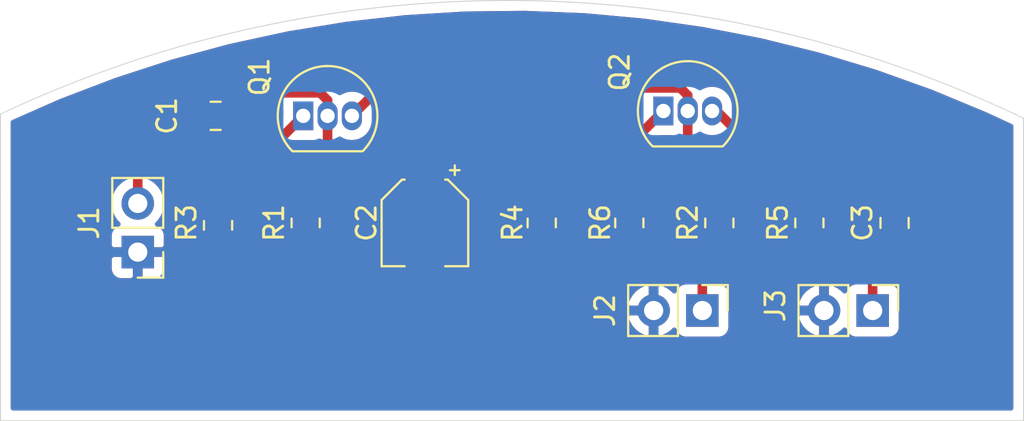
<source format=kicad_pcb>
(kicad_pcb (version 20171130) (host pcbnew "(5.1.7)-1")

  (general
    (thickness 1.6)
    (drawings 5)
    (tracks 32)
    (zones 0)
    (modules 14)
    (nets 11)
  )

  (page A4)
  (title_block
    (title Single_Transistor_AMP)
    (date 2020-10-28)
    (rev V1.0)
    (company "Ventspils Augstskola")
    (comment 1 Autors)
    (comment 2 "Vitālijs Zapāns")
    (comment 3 "PCB_CAD kurss")
  )

  (layers
    (0 F.Cu signal)
    (31 B.Cu power)
    (33 F.Adhes user)
    (35 F.Paste user)
    (37 F.SilkS user)
    (39 F.Mask user)
    (40 Dwgs.User user)
    (41 Cmts.User user)
    (42 Eco1.User user)
    (43 Eco2.User user)
    (44 Edge.Cuts user)
    (45 Margin user)
    (46 B.CrtYd user)
    (47 F.CrtYd user)
    (48 B.Fab user)
    (49 F.Fab user)
  )

  (setup
    (last_trace_width 0.25)
    (user_trace_width 0.5)
    (user_trace_width 0.75)
    (trace_clearance 0.2)
    (zone_clearance 0.508)
    (zone_45_only no)
    (trace_min 0.2)
    (via_size 0.8)
    (via_drill 0.4)
    (via_min_size 0.4)
    (via_min_drill 0.3)
    (user_via 1 0.6)
    (uvia_size 0.3)
    (uvia_drill 0.1)
    (uvias_allowed no)
    (uvia_min_size 0.2)
    (uvia_min_drill 0.1)
    (edge_width 0.05)
    (segment_width 0.2)
    (pcb_text_width 0.3)
    (pcb_text_size 1.5 1.5)
    (mod_edge_width 0.12)
    (mod_text_size 1 1)
    (mod_text_width 0.15)
    (pad_size 1.524 1.524)
    (pad_drill 0.762)
    (pad_to_mask_clearance 0)
    (aux_axis_origin 0 0)
    (visible_elements 7FFFFFFF)
    (pcbplotparams
      (layerselection 0x010a0_ffffffff)
      (usegerberextensions false)
      (usegerberattributes true)
      (usegerberadvancedattributes true)
      (creategerberjobfile true)
      (excludeedgelayer true)
      (linewidth 0.100000)
      (plotframeref false)
      (viasonmask false)
      (mode 1)
      (useauxorigin false)
      (hpglpennumber 1)
      (hpglpenspeed 20)
      (hpglpendiameter 15.000000)
      (psnegative false)
      (psa4output false)
      (plotreference true)
      (plotvalue true)
      (plotinvisibletext false)
      (padsonsilk false)
      (subtractmaskfromsilk false)
      (outputformat 1)
      (mirror false)
      (drillshape 0)
      (scaleselection 1)
      (outputdirectory ""))
  )

  (net 0 "")
  (net 1 "Net-(C1-Pad1)")
  (net 2 "Net-(C1-Pad2)")
  (net 3 "Net-(C2-Pad1)")
  (net 4 GND)
  (net 5 "Net-(C3-Pad2)")
  (net 6 "Net-(C3-Pad1)")
  (net 7 "Net-(J2-Pad1)")
  (net 8 "Net-(Q1-Pad3)")
  (net 9 "Net-(Q1-Pad1)")
  (net 10 "Net-(Q2-Pad1)")

  (net_class Default "This is the default net class."
    (clearance 0.2)
    (trace_width 0.25)
    (via_dia 0.8)
    (via_drill 0.4)
    (uvia_dia 0.3)
    (uvia_drill 0.1)
    (add_net "Net-(C1-Pad1)")
    (add_net "Net-(C1-Pad2)")
    (add_net "Net-(C2-Pad1)")
    (add_net "Net-(C3-Pad2)")
    (add_net "Net-(J2-Pad1)")
    (add_net "Net-(Q1-Pad1)")
    (add_net "Net-(Q1-Pad3)")
    (add_net "Net-(Q2-Pad1)")
  )

  (net_class Diff ""
    (clearance 0.2)
    (trace_width 0.25)
    (via_dia 0.8)
    (via_drill 0.4)
    (uvia_dia 0.3)
    (uvia_drill 0.1)
  )

  (net_class Power ""
    (clearance 0.5)
    (trace_width 0.3)
    (via_dia 1)
    (via_drill 0.6)
    (uvia_dia 0.3)
    (uvia_drill 0.1)
    (add_net GND)
    (add_net "Net-(C3-Pad1)")
  )

  (module Capacitor_SMD:C_0805_2012Metric (layer F.Cu) (tedit 5F68FEEE) (tstamp 5FAB9E55)
    (at 120.904 79.248 180)
    (descr "Capacitor SMD 0805 (2012 Metric), square (rectangular) end terminal, IPC_7351 nominal, (Body size source: IPC-SM-782 page 76, https://www.pcb-3d.com/wordpress/wp-content/uploads/ipc-sm-782a_amendment_1_and_2.pdf, https://docs.google.com/spreadsheets/d/1BsfQQcO9C6DZCsRaXUlFlo91Tg2WpOkGARC1WS5S8t0/edit?usp=sharing), generated with kicad-footprint-generator")
    (tags capacitor)
    (path /5F88B5A8)
    (attr smd)
    (fp_text reference C1 (at 2.54 0 90) (layer F.SilkS)
      (effects (font (size 1 1) (thickness 0.15)))
    )
    (fp_text value 1uF (at 0 -1.778) (layer F.Fab)
      (effects (font (size 1 1) (thickness 0.15)))
    )
    (fp_line (start 1.7 0.98) (end -1.7 0.98) (layer F.CrtYd) (width 0.05))
    (fp_line (start 1.7 -0.98) (end 1.7 0.98) (layer F.CrtYd) (width 0.05))
    (fp_line (start -1.7 -0.98) (end 1.7 -0.98) (layer F.CrtYd) (width 0.05))
    (fp_line (start -1.7 0.98) (end -1.7 -0.98) (layer F.CrtYd) (width 0.05))
    (fp_line (start -0.261252 0.735) (end 0.261252 0.735) (layer F.SilkS) (width 0.12))
    (fp_line (start -0.261252 -0.735) (end 0.261252 -0.735) (layer F.SilkS) (width 0.12))
    (fp_line (start 1 0.625) (end -1 0.625) (layer F.Fab) (width 0.1))
    (fp_line (start 1 -0.625) (end 1 0.625) (layer F.Fab) (width 0.1))
    (fp_line (start -1 -0.625) (end 1 -0.625) (layer F.Fab) (width 0.1))
    (fp_line (start -1 0.625) (end -1 -0.625) (layer F.Fab) (width 0.1))
    (fp_text user %R (at 0 0) (layer F.Fab)
      (effects (font (size 0.5 0.5) (thickness 0.08)))
    )
    (pad 1 smd roundrect (at -0.95 0 180) (size 1 1.45) (layers F.Cu F.Paste F.Mask) (roundrect_rratio 0.25)
      (net 1 "Net-(C1-Pad1)"))
    (pad 2 smd roundrect (at 0.95 0 180) (size 1 1.45) (layers F.Cu F.Paste F.Mask) (roundrect_rratio 0.25)
      (net 2 "Net-(C1-Pad2)"))
    (model ${KISYS3DMOD}/Capacitor_SMD.3dshapes/C_0805_2012Metric.wrl
      (at (xyz 0 0 0))
      (scale (xyz 1 1 1))
      (rotate (xyz 0 0 0))
    )
  )

  (module Capacitor_SMD:CP_Elec_4x3 (layer F.Cu) (tedit 5BCA39CF) (tstamp 5FAB9E7D)
    (at 131.826 84.836 270)
    (descr "SMD capacitor, aluminum electrolytic, Nichicon, 4.0x3mm")
    (tags "capacitor electrolytic")
    (path /5F88C84A)
    (attr smd)
    (fp_text reference C2 (at 0 3.048 90) (layer F.SilkS)
      (effects (font (size 1 1) (thickness 0.15)))
    )
    (fp_text value 10uF (at 0 -3.302 90) (layer F.Fab)
      (effects (font (size 1 1) (thickness 0.15)))
    )
    (fp_line (start -3.35 1.05) (end -2.4 1.05) (layer F.CrtYd) (width 0.05))
    (fp_line (start -3.35 -1.05) (end -3.35 1.05) (layer F.CrtYd) (width 0.05))
    (fp_line (start -2.4 -1.05) (end -3.35 -1.05) (layer F.CrtYd) (width 0.05))
    (fp_line (start -2.4 1.05) (end -2.4 1.25) (layer F.CrtYd) (width 0.05))
    (fp_line (start -2.4 -1.25) (end -2.4 -1.05) (layer F.CrtYd) (width 0.05))
    (fp_line (start -2.4 -1.25) (end -1.25 -2.4) (layer F.CrtYd) (width 0.05))
    (fp_line (start -2.4 1.25) (end -1.25 2.4) (layer F.CrtYd) (width 0.05))
    (fp_line (start -1.25 -2.4) (end 2.4 -2.4) (layer F.CrtYd) (width 0.05))
    (fp_line (start -1.25 2.4) (end 2.4 2.4) (layer F.CrtYd) (width 0.05))
    (fp_line (start 2.4 1.05) (end 2.4 2.4) (layer F.CrtYd) (width 0.05))
    (fp_line (start 3.35 1.05) (end 2.4 1.05) (layer F.CrtYd) (width 0.05))
    (fp_line (start 3.35 -1.05) (end 3.35 1.05) (layer F.CrtYd) (width 0.05))
    (fp_line (start 2.4 -1.05) (end 3.35 -1.05) (layer F.CrtYd) (width 0.05))
    (fp_line (start 2.4 -2.4) (end 2.4 -1.05) (layer F.CrtYd) (width 0.05))
    (fp_line (start -2.75 -1.81) (end -2.75 -1.31) (layer F.SilkS) (width 0.12))
    (fp_line (start -3 -1.56) (end -2.5 -1.56) (layer F.SilkS) (width 0.12))
    (fp_line (start -2.26 1.195563) (end -1.195563 2.26) (layer F.SilkS) (width 0.12))
    (fp_line (start -2.26 -1.195563) (end -1.195563 -2.26) (layer F.SilkS) (width 0.12))
    (fp_line (start -2.26 -1.195563) (end -2.26 -1.06) (layer F.SilkS) (width 0.12))
    (fp_line (start -2.26 1.195563) (end -2.26 1.06) (layer F.SilkS) (width 0.12))
    (fp_line (start -1.195563 2.26) (end 2.26 2.26) (layer F.SilkS) (width 0.12))
    (fp_line (start -1.195563 -2.26) (end 2.26 -2.26) (layer F.SilkS) (width 0.12))
    (fp_line (start 2.26 -2.26) (end 2.26 -1.06) (layer F.SilkS) (width 0.12))
    (fp_line (start 2.26 2.26) (end 2.26 1.06) (layer F.SilkS) (width 0.12))
    (fp_line (start -1.374773 -1.2) (end -1.374773 -0.8) (layer F.Fab) (width 0.1))
    (fp_line (start -1.574773 -1) (end -1.174773 -1) (layer F.Fab) (width 0.1))
    (fp_line (start -2.15 1.15) (end -1.15 2.15) (layer F.Fab) (width 0.1))
    (fp_line (start -2.15 -1.15) (end -1.15 -2.15) (layer F.Fab) (width 0.1))
    (fp_line (start -2.15 -1.15) (end -2.15 1.15) (layer F.Fab) (width 0.1))
    (fp_line (start -1.15 2.15) (end 2.15 2.15) (layer F.Fab) (width 0.1))
    (fp_line (start -1.15 -2.15) (end 2.15 -2.15) (layer F.Fab) (width 0.1))
    (fp_line (start 2.15 -2.15) (end 2.15 2.15) (layer F.Fab) (width 0.1))
    (fp_circle (center 0 0) (end 2 0) (layer F.Fab) (width 0.1))
    (fp_text user %R (at 0 0 90) (layer F.Fab)
      (effects (font (size 0.8 0.8) (thickness 0.12)))
    )
    (pad 1 smd roundrect (at -1.8 0 270) (size 2.6 1.6) (layers F.Cu F.Paste F.Mask) (roundrect_rratio 0.15625)
      (net 3 "Net-(C2-Pad1)"))
    (pad 2 smd roundrect (at 1.8 0 270) (size 2.6 1.6) (layers F.Cu F.Paste F.Mask) (roundrect_rratio 0.15625)
      (net 4 GND))
    (model ${KISYS3DMOD}/Capacitor_SMD.3dshapes/CP_Elec_4x3.wrl
      (at (xyz 0 0 0))
      (scale (xyz 1 1 1))
      (rotate (xyz 0 0 0))
    )
  )

  (module Capacitor_SMD:C_0805_2012Metric (layer F.Cu) (tedit 5F68FEEE) (tstamp 5FAB9E8E)
    (at 156.337 84.836 90)
    (descr "Capacitor SMD 0805 (2012 Metric), square (rectangular) end terminal, IPC_7351 nominal, (Body size source: IPC-SM-782 page 76, https://www.pcb-3d.com/wordpress/wp-content/uploads/ipc-sm-782a_amendment_1_and_2.pdf, https://docs.google.com/spreadsheets/d/1BsfQQcO9C6DZCsRaXUlFlo91Tg2WpOkGARC1WS5S8t0/edit?usp=sharing), generated with kicad-footprint-generator")
    (tags capacitor)
    (path /5F8904BD)
    (attr smd)
    (fp_text reference C3 (at 0 -1.68 90) (layer F.SilkS)
      (effects (font (size 1 1) (thickness 0.15)))
    )
    (fp_text value 1uF (at 0 1.68 90) (layer F.Fab)
      (effects (font (size 1 1) (thickness 0.15)))
    )
    (fp_line (start -1 0.625) (end -1 -0.625) (layer F.Fab) (width 0.1))
    (fp_line (start -1 -0.625) (end 1 -0.625) (layer F.Fab) (width 0.1))
    (fp_line (start 1 -0.625) (end 1 0.625) (layer F.Fab) (width 0.1))
    (fp_line (start 1 0.625) (end -1 0.625) (layer F.Fab) (width 0.1))
    (fp_line (start -0.261252 -0.735) (end 0.261252 -0.735) (layer F.SilkS) (width 0.12))
    (fp_line (start -0.261252 0.735) (end 0.261252 0.735) (layer F.SilkS) (width 0.12))
    (fp_line (start -1.7 0.98) (end -1.7 -0.98) (layer F.CrtYd) (width 0.05))
    (fp_line (start -1.7 -0.98) (end 1.7 -0.98) (layer F.CrtYd) (width 0.05))
    (fp_line (start 1.7 -0.98) (end 1.7 0.98) (layer F.CrtYd) (width 0.05))
    (fp_line (start 1.7 0.98) (end -1.7 0.98) (layer F.CrtYd) (width 0.05))
    (fp_text user %R (at 0 0 90) (layer F.Fab)
      (effects (font (size 0.5 0.5) (thickness 0.08)))
    )
    (pad 2 smd roundrect (at 0.95 0 90) (size 1 1.45) (layers F.Cu F.Paste F.Mask) (roundrect_rratio 0.25)
      (net 5 "Net-(C3-Pad2)"))
    (pad 1 smd roundrect (at -0.95 0 90) (size 1 1.45) (layers F.Cu F.Paste F.Mask) (roundrect_rratio 0.25)
      (net 6 "Net-(C3-Pad1)"))
    (model ${KISYS3DMOD}/Capacitor_SMD.3dshapes/C_0805_2012Metric.wrl
      (at (xyz 0 0 0))
      (scale (xyz 1 1 1))
      (rotate (xyz 0 0 0))
    )
  )

  (module Package_TO_SOT_THT:TO-92_Inline (layer F.Cu) (tedit 5A1DD157) (tstamp 5FAB9EF1)
    (at 125.476 79.248)
    (descr "TO-92 leads in-line, narrow, oval pads, drill 0.75mm (see NXP sot054_po.pdf)")
    (tags "to-92 sc-43 sc-43a sot54 PA33 transistor")
    (path /5F88A3B4)
    (fp_text reference Q1 (at -2.286 -2.032 90) (layer F.SilkS)
      (effects (font (size 1 1) (thickness 0.15)))
    )
    (fp_text value 2N3904 (at 5.08 -0.762 90) (layer F.Fab)
      (effects (font (size 1 1) (thickness 0.15)))
    )
    (fp_line (start 4 2.01) (end -1.46 2.01) (layer F.CrtYd) (width 0.05))
    (fp_line (start 4 2.01) (end 4 -2.73) (layer F.CrtYd) (width 0.05))
    (fp_line (start -1.46 -2.73) (end -1.46 2.01) (layer F.CrtYd) (width 0.05))
    (fp_line (start -1.46 -2.73) (end 4 -2.73) (layer F.CrtYd) (width 0.05))
    (fp_line (start -0.5 1.75) (end 3 1.75) (layer F.Fab) (width 0.1))
    (fp_line (start -0.53 1.85) (end 3.07 1.85) (layer F.SilkS) (width 0.12))
    (fp_text user %R (at 1.27 0) (layer F.Fab)
      (effects (font (size 1 1) (thickness 0.15)))
    )
    (fp_arc (start 1.27 0) (end 1.27 -2.48) (angle 135) (layer F.Fab) (width 0.1))
    (fp_arc (start 1.27 0) (end 1.27 -2.6) (angle -135) (layer F.SilkS) (width 0.12))
    (fp_arc (start 1.27 0) (end 1.27 -2.48) (angle -135) (layer F.Fab) (width 0.1))
    (fp_arc (start 1.27 0) (end 1.27 -2.6) (angle 135) (layer F.SilkS) (width 0.12))
    (pad 2 thru_hole oval (at 1.27 0) (size 1.05 1.5) (drill 0.75) (layers *.Cu *.Mask)
      (net 1 "Net-(C1-Pad1)"))
    (pad 3 thru_hole oval (at 2.54 0) (size 1.05 1.5) (drill 0.75) (layers *.Cu *.Mask)
      (net 8 "Net-(Q1-Pad3)"))
    (pad 1 thru_hole rect (at 0 0) (size 1.05 1.5) (drill 0.75) (layers *.Cu *.Mask)
      (net 9 "Net-(Q1-Pad1)"))
    (model ${KISYS3DMOD}/Package_TO_SOT_THT.3dshapes/TO-92_Inline.wrl
      (at (xyz 0 0 0))
      (scale (xyz 1 1 1))
      (rotate (xyz 0 0 0))
    )
  )

  (module Package_TO_SOT_THT:TO-92_Inline (layer F.Cu) (tedit 5A1DD157) (tstamp 5FB4E35F)
    (at 144.272 78.994)
    (descr "TO-92 leads in-line, narrow, oval pads, drill 0.75mm (see NXP sot054_po.pdf)")
    (tags "to-92 sc-43 sc-43a sot54 PA33 transistor")
    (path /5F89EF77)
    (fp_text reference Q2 (at -2.286 -2.032 90) (layer F.SilkS)
      (effects (font (size 1 1) (thickness 0.15)))
    )
    (fp_text value 2N3904 (at 4.826 -0.254 90) (layer F.Fab)
      (effects (font (size 1 1) (thickness 0.15)))
    )
    (fp_line (start -0.53 1.85) (end 3.07 1.85) (layer F.SilkS) (width 0.12))
    (fp_line (start -0.5 1.75) (end 3 1.75) (layer F.Fab) (width 0.1))
    (fp_line (start -1.46 -2.73) (end 4 -2.73) (layer F.CrtYd) (width 0.05))
    (fp_line (start -1.46 -2.73) (end -1.46 2.01) (layer F.CrtYd) (width 0.05))
    (fp_line (start 4 2.01) (end 4 -2.73) (layer F.CrtYd) (width 0.05))
    (fp_line (start 4 2.01) (end -1.46 2.01) (layer F.CrtYd) (width 0.05))
    (fp_arc (start 1.27 0) (end 1.27 -2.6) (angle 135) (layer F.SilkS) (width 0.12))
    (fp_arc (start 1.27 0) (end 1.27 -2.48) (angle -135) (layer F.Fab) (width 0.1))
    (fp_arc (start 1.27 0) (end 1.27 -2.6) (angle -135) (layer F.SilkS) (width 0.12))
    (fp_arc (start 1.27 0) (end 1.27 -2.48) (angle 135) (layer F.Fab) (width 0.1))
    (fp_text user %R (at 1.27 0) (layer F.Fab)
      (effects (font (size 1 1) (thickness 0.15)))
    )
    (pad 1 thru_hole rect (at 0 0) (size 1.05 1.5) (drill 0.75) (layers *.Cu *.Mask)
      (net 10 "Net-(Q2-Pad1)"))
    (pad 3 thru_hole oval (at 2.54 0) (size 1.05 1.5) (drill 0.75) (layers *.Cu *.Mask)
      (net 5 "Net-(C3-Pad2)"))
    (pad 2 thru_hole oval (at 1.27 0) (size 1.05 1.5) (drill 0.75) (layers *.Cu *.Mask)
      (net 8 "Net-(Q1-Pad3)"))
    (model ${KISYS3DMOD}/Package_TO_SOT_THT.3dshapes/TO-92_Inline.wrl
      (at (xyz 0 0 0))
      (scale (xyz 1 1 1))
      (rotate (xyz 0 0 0))
    )
  )

  (module Resistor_SMD:R_0805_2012Metric_Pad1.20x1.40mm_HandSolder (layer F.Cu) (tedit 5F68FEEE) (tstamp 5FAB9F14)
    (at 125.603 84.836 270)
    (descr "Resistor SMD 0805 (2012 Metric), square (rectangular) end terminal, IPC_7351 nominal with elongated pad for handsoldering. (Body size source: IPC-SM-782 page 72, https://www.pcb-3d.com/wordpress/wp-content/uploads/ipc-sm-782a_amendment_1_and_2.pdf), generated with kicad-footprint-generator")
    (tags "resistor handsolder")
    (path /5F88BE63)
    (attr smd)
    (fp_text reference R1 (at 0 1.651 90) (layer F.SilkS)
      (effects (font (size 1 1) (thickness 0.15)))
    )
    (fp_text value 10k (at 0 -1.905 90) (layer F.Fab)
      (effects (font (size 1 1) (thickness 0.15)))
    )
    (fp_line (start 1.85 0.95) (end -1.85 0.95) (layer F.CrtYd) (width 0.05))
    (fp_line (start 1.85 -0.95) (end 1.85 0.95) (layer F.CrtYd) (width 0.05))
    (fp_line (start -1.85 -0.95) (end 1.85 -0.95) (layer F.CrtYd) (width 0.05))
    (fp_line (start -1.85 0.95) (end -1.85 -0.95) (layer F.CrtYd) (width 0.05))
    (fp_line (start -0.227064 0.735) (end 0.227064 0.735) (layer F.SilkS) (width 0.12))
    (fp_line (start -0.227064 -0.735) (end 0.227064 -0.735) (layer F.SilkS) (width 0.12))
    (fp_line (start 1 0.625) (end -1 0.625) (layer F.Fab) (width 0.1))
    (fp_line (start 1 -0.625) (end 1 0.625) (layer F.Fab) (width 0.1))
    (fp_line (start -1 -0.625) (end 1 -0.625) (layer F.Fab) (width 0.1))
    (fp_line (start -1 0.625) (end -1 -0.625) (layer F.Fab) (width 0.1))
    (fp_text user %R (at 0 0 90) (layer F.Fab)
      (effects (font (size 0.5 0.5) (thickness 0.08)))
    )
    (pad 1 smd roundrect (at -1 0 270) (size 1.2 1.4) (layers F.Cu F.Paste F.Mask) (roundrect_rratio 0.2083325)
      (net 1 "Net-(C1-Pad1)"))
    (pad 2 smd roundrect (at 1 0 270) (size 1.2 1.4) (layers F.Cu F.Paste F.Mask) (roundrect_rratio 0.2083325)
      (net 3 "Net-(C2-Pad1)"))
    (model ${KISYS3DMOD}/Resistor_SMD.3dshapes/R_0805_2012Metric.wrl
      (at (xyz 0 0 0))
      (scale (xyz 1 1 1))
      (rotate (xyz 0 0 0))
    )
  )

  (module Resistor_SMD:R_0805_2012Metric_Pad1.20x1.40mm_HandSolder (layer F.Cu) (tedit 5F68FEEE) (tstamp 5FAB9F25)
    (at 147.193 84.836 90)
    (descr "Resistor SMD 0805 (2012 Metric), square (rectangular) end terminal, IPC_7351 nominal with elongated pad for handsoldering. (Body size source: IPC-SM-782 page 72, https://www.pcb-3d.com/wordpress/wp-content/uploads/ipc-sm-782a_amendment_1_and_2.pdf), generated with kicad-footprint-generator")
    (tags "resistor handsolder")
    (path /5F88D70C)
    (attr smd)
    (fp_text reference R2 (at 0 -1.651 90) (layer F.SilkS)
      (effects (font (size 1 1) (thickness 0.15)))
    )
    (fp_text value 220k (at 0 1.651 90) (layer F.Fab)
      (effects (font (size 1 1) (thickness 0.15)))
    )
    (fp_line (start -1 0.625) (end -1 -0.625) (layer F.Fab) (width 0.1))
    (fp_line (start -1 -0.625) (end 1 -0.625) (layer F.Fab) (width 0.1))
    (fp_line (start 1 -0.625) (end 1 0.625) (layer F.Fab) (width 0.1))
    (fp_line (start 1 0.625) (end -1 0.625) (layer F.Fab) (width 0.1))
    (fp_line (start -0.227064 -0.735) (end 0.227064 -0.735) (layer F.SilkS) (width 0.12))
    (fp_line (start -0.227064 0.735) (end 0.227064 0.735) (layer F.SilkS) (width 0.12))
    (fp_line (start -1.85 0.95) (end -1.85 -0.95) (layer F.CrtYd) (width 0.05))
    (fp_line (start -1.85 -0.95) (end 1.85 -0.95) (layer F.CrtYd) (width 0.05))
    (fp_line (start 1.85 -0.95) (end 1.85 0.95) (layer F.CrtYd) (width 0.05))
    (fp_line (start 1.85 0.95) (end -1.85 0.95) (layer F.CrtYd) (width 0.05))
    (fp_text user %R (at 0 0 90) (layer F.Fab)
      (effects (font (size 0.5 0.5) (thickness 0.08)))
    )
    (pad 2 smd roundrect (at 1 0 90) (size 1.2 1.4) (layers F.Cu F.Paste F.Mask) (roundrect_rratio 0.2083325)
      (net 8 "Net-(Q1-Pad3)"))
    (pad 1 smd roundrect (at -1 0 90) (size 1.2 1.4) (layers F.Cu F.Paste F.Mask) (roundrect_rratio 0.2083325)
      (net 7 "Net-(J2-Pad1)"))
    (model ${KISYS3DMOD}/Resistor_SMD.3dshapes/R_0805_2012Metric.wrl
      (at (xyz 0 0 0))
      (scale (xyz 1 1 1))
      (rotate (xyz 0 0 0))
    )
  )

  (module Resistor_SMD:R_0805_2012Metric_Pad1.20x1.40mm_HandSolder (layer F.Cu) (tedit 5F68FEEE) (tstamp 5FAB9F36)
    (at 121.031 84.963 270)
    (descr "Resistor SMD 0805 (2012 Metric), square (rectangular) end terminal, IPC_7351 nominal with elongated pad for handsoldering. (Body size source: IPC-SM-782 page 72, https://www.pcb-3d.com/wordpress/wp-content/uploads/ipc-sm-782a_amendment_1_and_2.pdf), generated with kicad-footprint-generator")
    (tags "resistor handsolder")
    (path /5F88E301)
    (attr smd)
    (fp_text reference R3 (at -0.127 1.651 90) (layer F.SilkS)
      (effects (font (size 1 1) (thickness 0.15)))
    )
    (fp_text value 1k (at 0 -1.651 90) (layer F.Fab)
      (effects (font (size 1 1) (thickness 0.15)))
    )
    (fp_line (start -1 0.625) (end -1 -0.625) (layer F.Fab) (width 0.1))
    (fp_line (start -1 -0.625) (end 1 -0.625) (layer F.Fab) (width 0.1))
    (fp_line (start 1 -0.625) (end 1 0.625) (layer F.Fab) (width 0.1))
    (fp_line (start 1 0.625) (end -1 0.625) (layer F.Fab) (width 0.1))
    (fp_line (start -0.227064 -0.735) (end 0.227064 -0.735) (layer F.SilkS) (width 0.12))
    (fp_line (start -0.227064 0.735) (end 0.227064 0.735) (layer F.SilkS) (width 0.12))
    (fp_line (start -1.85 0.95) (end -1.85 -0.95) (layer F.CrtYd) (width 0.05))
    (fp_line (start -1.85 -0.95) (end 1.85 -0.95) (layer F.CrtYd) (width 0.05))
    (fp_line (start 1.85 -0.95) (end 1.85 0.95) (layer F.CrtYd) (width 0.05))
    (fp_line (start 1.85 0.95) (end -1.85 0.95) (layer F.CrtYd) (width 0.05))
    (fp_text user %R (at 0 0 90) (layer F.Fab)
      (effects (font (size 0.5 0.5) (thickness 0.08)))
    )
    (pad 2 smd roundrect (at 1 0 270) (size 1.2 1.4) (layers F.Cu F.Paste F.Mask) (roundrect_rratio 0.2083325)
      (net 4 GND))
    (pad 1 smd roundrect (at -1 0 270) (size 1.2 1.4) (layers F.Cu F.Paste F.Mask) (roundrect_rratio 0.2083325)
      (net 9 "Net-(Q1-Pad1)"))
    (model ${KISYS3DMOD}/Resistor_SMD.3dshapes/R_0805_2012Metric.wrl
      (at (xyz 0 0 0))
      (scale (xyz 1 1 1))
      (rotate (xyz 0 0 0))
    )
  )

  (module Resistor_SMD:R_0805_2012Metric_Pad1.20x1.40mm_HandSolder (layer F.Cu) (tedit 5F68FEEE) (tstamp 5FAB9F47)
    (at 137.922 84.836 270)
    (descr "Resistor SMD 0805 (2012 Metric), square (rectangular) end terminal, IPC_7351 nominal with elongated pad for handsoldering. (Body size source: IPC-SM-782 page 72, https://www.pcb-3d.com/wordpress/wp-content/uploads/ipc-sm-782a_amendment_1_and_2.pdf), generated with kicad-footprint-generator")
    (tags "resistor handsolder")
    (path /5F88DD76)
    (attr smd)
    (fp_text reference R4 (at 0 1.524 90) (layer F.SilkS)
      (effects (font (size 1 1) (thickness 0.15)))
    )
    (fp_text value 100k (at 0 -1.778 90) (layer F.Fab)
      (effects (font (size 1 1) (thickness 0.15)))
    )
    (fp_line (start 1.85 0.95) (end -1.85 0.95) (layer F.CrtYd) (width 0.05))
    (fp_line (start 1.85 -0.95) (end 1.85 0.95) (layer F.CrtYd) (width 0.05))
    (fp_line (start -1.85 -0.95) (end 1.85 -0.95) (layer F.CrtYd) (width 0.05))
    (fp_line (start -1.85 0.95) (end -1.85 -0.95) (layer F.CrtYd) (width 0.05))
    (fp_line (start -0.227064 0.735) (end 0.227064 0.735) (layer F.SilkS) (width 0.12))
    (fp_line (start -0.227064 -0.735) (end 0.227064 -0.735) (layer F.SilkS) (width 0.12))
    (fp_line (start 1 0.625) (end -1 0.625) (layer F.Fab) (width 0.1))
    (fp_line (start 1 -0.625) (end 1 0.625) (layer F.Fab) (width 0.1))
    (fp_line (start -1 -0.625) (end 1 -0.625) (layer F.Fab) (width 0.1))
    (fp_line (start -1 0.625) (end -1 -0.625) (layer F.Fab) (width 0.1))
    (fp_text user %R (at 0 0 90) (layer F.Fab)
      (effects (font (size 0.5 0.5) (thickness 0.08)))
    )
    (pad 1 smd roundrect (at -1 0 270) (size 1.2 1.4) (layers F.Cu F.Paste F.Mask) (roundrect_rratio 0.2083325)
      (net 10 "Net-(Q2-Pad1)"))
    (pad 2 smd roundrect (at 1 0 270) (size 1.2 1.4) (layers F.Cu F.Paste F.Mask) (roundrect_rratio 0.2083325)
      (net 3 "Net-(C2-Pad1)"))
    (model ${KISYS3DMOD}/Resistor_SMD.3dshapes/R_0805_2012Metric.wrl
      (at (xyz 0 0 0))
      (scale (xyz 1 1 1))
      (rotate (xyz 0 0 0))
    )
  )

  (module Resistor_SMD:R_0805_2012Metric_Pad1.20x1.40mm_HandSolder (layer F.Cu) (tedit 5F68FEEE) (tstamp 5FAB9F58)
    (at 151.892 84.836 90)
    (descr "Resistor SMD 0805 (2012 Metric), square (rectangular) end terminal, IPC_7351 nominal with elongated pad for handsoldering. (Body size source: IPC-SM-782 page 72, https://www.pcb-3d.com/wordpress/wp-content/uploads/ipc-sm-782a_amendment_1_and_2.pdf), generated with kicad-footprint-generator")
    (tags "resistor handsolder")
    (path /5F88FEAB)
    (attr smd)
    (fp_text reference R5 (at 0 -1.65 90) (layer F.SilkS)
      (effects (font (size 1 1) (thickness 0.15)))
    )
    (fp_text value 6.8k (at 0 1.65 90) (layer F.Fab)
      (effects (font (size 1 1) (thickness 0.15)))
    )
    (fp_line (start -1 0.625) (end -1 -0.625) (layer F.Fab) (width 0.1))
    (fp_line (start -1 -0.625) (end 1 -0.625) (layer F.Fab) (width 0.1))
    (fp_line (start 1 -0.625) (end 1 0.625) (layer F.Fab) (width 0.1))
    (fp_line (start 1 0.625) (end -1 0.625) (layer F.Fab) (width 0.1))
    (fp_line (start -0.227064 -0.735) (end 0.227064 -0.735) (layer F.SilkS) (width 0.12))
    (fp_line (start -0.227064 0.735) (end 0.227064 0.735) (layer F.SilkS) (width 0.12))
    (fp_line (start -1.85 0.95) (end -1.85 -0.95) (layer F.CrtYd) (width 0.05))
    (fp_line (start -1.85 -0.95) (end 1.85 -0.95) (layer F.CrtYd) (width 0.05))
    (fp_line (start 1.85 -0.95) (end 1.85 0.95) (layer F.CrtYd) (width 0.05))
    (fp_line (start 1.85 0.95) (end -1.85 0.95) (layer F.CrtYd) (width 0.05))
    (fp_text user %R (at 0 0 90) (layer F.Fab)
      (effects (font (size 0.5 0.5) (thickness 0.08)))
    )
    (pad 2 smd roundrect (at 1 0 90) (size 1.2 1.4) (layers F.Cu F.Paste F.Mask) (roundrect_rratio 0.2083325)
      (net 5 "Net-(C3-Pad2)"))
    (pad 1 smd roundrect (at -1 0 90) (size 1.2 1.4) (layers F.Cu F.Paste F.Mask) (roundrect_rratio 0.2083325)
      (net 7 "Net-(J2-Pad1)"))
    (model ${KISYS3DMOD}/Resistor_SMD.3dshapes/R_0805_2012Metric.wrl
      (at (xyz 0 0 0))
      (scale (xyz 1 1 1))
      (rotate (xyz 0 0 0))
    )
  )

  (module Resistor_SMD:R_0805_2012Metric_Pad1.20x1.40mm_HandSolder (layer F.Cu) (tedit 5F68FEEE) (tstamp 5FAB9F69)
    (at 142.494 84.836 270)
    (descr "Resistor SMD 0805 (2012 Metric), square (rectangular) end terminal, IPC_7351 nominal with elongated pad for handsoldering. (Body size source: IPC-SM-782 page 72, https://www.pcb-3d.com/wordpress/wp-content/uploads/ipc-sm-782a_amendment_1_and_2.pdf), generated with kicad-footprint-generator")
    (tags "resistor handsolder")
    (path /5F88E6F4)
    (attr smd)
    (fp_text reference R6 (at 0 1.524 90) (layer F.SilkS)
      (effects (font (size 1 1) (thickness 0.15)))
    )
    (fp_text value 1k (at 0 -1.778 90) (layer F.Fab)
      (effects (font (size 1 1) (thickness 0.15)))
    )
    (fp_line (start 1.85 0.95) (end -1.85 0.95) (layer F.CrtYd) (width 0.05))
    (fp_line (start 1.85 -0.95) (end 1.85 0.95) (layer F.CrtYd) (width 0.05))
    (fp_line (start -1.85 -0.95) (end 1.85 -0.95) (layer F.CrtYd) (width 0.05))
    (fp_line (start -1.85 0.95) (end -1.85 -0.95) (layer F.CrtYd) (width 0.05))
    (fp_line (start -0.227064 0.735) (end 0.227064 0.735) (layer F.SilkS) (width 0.12))
    (fp_line (start -0.227064 -0.735) (end 0.227064 -0.735) (layer F.SilkS) (width 0.12))
    (fp_line (start 1 0.625) (end -1 0.625) (layer F.Fab) (width 0.1))
    (fp_line (start 1 -0.625) (end 1 0.625) (layer F.Fab) (width 0.1))
    (fp_line (start -1 -0.625) (end 1 -0.625) (layer F.Fab) (width 0.1))
    (fp_line (start -1 0.625) (end -1 -0.625) (layer F.Fab) (width 0.1))
    (fp_text user %R (at 0 0 90) (layer F.Fab)
      (effects (font (size 0.5 0.5) (thickness 0.08)))
    )
    (pad 1 smd roundrect (at -1 0 270) (size 1.2 1.4) (layers F.Cu F.Paste F.Mask) (roundrect_rratio 0.2083325)
      (net 10 "Net-(Q2-Pad1)"))
    (pad 2 smd roundrect (at 1 0 270) (size 1.2 1.4) (layers F.Cu F.Paste F.Mask) (roundrect_rratio 0.2083325)
      (net 4 GND))
    (model ${KISYS3DMOD}/Resistor_SMD.3dshapes/R_0805_2012Metric.wrl
      (at (xyz 0 0 0))
      (scale (xyz 1 1 1))
      (rotate (xyz 0 0 0))
    )
  )

  (module Connector_PinHeader_2.54mm:PinHeader_1x02_P2.54mm_Vertical (layer F.Cu) (tedit 59FED5CC) (tstamp 5FB4D931)
    (at 116.84 86.36 180)
    (descr "Through hole straight pin header, 1x02, 2.54mm pitch, single row")
    (tags "Through hole pin header THT 1x02 2.54mm single row")
    (path /5F898D93)
    (fp_text reference J1 (at 2.54 1.524 90) (layer F.SilkS)
      (effects (font (size 1 1) (thickness 0.15)))
    )
    (fp_text value Signal_Input (at 0 -2.54) (layer F.Fab)
      (effects (font (size 1 1) (thickness 0.15)))
    )
    (fp_line (start 1.8 -1.8) (end -1.8 -1.8) (layer F.CrtYd) (width 0.05))
    (fp_line (start 1.8 4.35) (end 1.8 -1.8) (layer F.CrtYd) (width 0.05))
    (fp_line (start -1.8 4.35) (end 1.8 4.35) (layer F.CrtYd) (width 0.05))
    (fp_line (start -1.8 -1.8) (end -1.8 4.35) (layer F.CrtYd) (width 0.05))
    (fp_line (start -1.33 -1.33) (end 0 -1.33) (layer F.SilkS) (width 0.12))
    (fp_line (start -1.33 0) (end -1.33 -1.33) (layer F.SilkS) (width 0.12))
    (fp_line (start -1.33 1.27) (end 1.33 1.27) (layer F.SilkS) (width 0.12))
    (fp_line (start 1.33 1.27) (end 1.33 3.87) (layer F.SilkS) (width 0.12))
    (fp_line (start -1.33 1.27) (end -1.33 3.87) (layer F.SilkS) (width 0.12))
    (fp_line (start -1.33 3.87) (end 1.33 3.87) (layer F.SilkS) (width 0.12))
    (fp_line (start -1.27 -0.635) (end -0.635 -1.27) (layer F.Fab) (width 0.1))
    (fp_line (start -1.27 3.81) (end -1.27 -0.635) (layer F.Fab) (width 0.1))
    (fp_line (start 1.27 3.81) (end -1.27 3.81) (layer F.Fab) (width 0.1))
    (fp_line (start 1.27 -1.27) (end 1.27 3.81) (layer F.Fab) (width 0.1))
    (fp_line (start -0.635 -1.27) (end 1.27 -1.27) (layer F.Fab) (width 0.1))
    (fp_text user %R (at 0 1.27 90) (layer F.Fab)
      (effects (font (size 1 1) (thickness 0.15)))
    )
    (pad 2 thru_hole oval (at 0 2.54 180) (size 1.7 1.7) (drill 1) (layers *.Cu *.Mask)
      (net 2 "Net-(C1-Pad2)"))
    (pad 1 thru_hole rect (at 0 0 180) (size 1.7 1.7) (drill 1) (layers *.Cu *.Mask)
      (net 4 GND))
    (model ${KISYS3DMOD}/Connector_PinHeader_2.54mm.3dshapes/PinHeader_1x02_P2.54mm_Vertical.wrl
      (at (xyz 0 0 0))
      (scale (xyz 1 1 1))
      (rotate (xyz 0 0 0))
    )
  )

  (module Connector_PinHeader_2.54mm:PinHeader_1x02_P2.54mm_Vertical (layer F.Cu) (tedit 59FED5CC) (tstamp 5FB4D95A)
    (at 155.194 89.408 270)
    (descr "Through hole straight pin header, 1x02, 2.54mm pitch, single row")
    (tags "Through hole pin header THT 1x02 2.54mm single row")
    (path /5F8986A4)
    (fp_text reference J3 (at -0.254 5.08 90) (layer F.SilkS)
      (effects (font (size 1 1) (thickness 0.15)))
    )
    (fp_text value Signal_Output (at 2.921 0.889 180) (layer F.Fab)
      (effects (font (size 1 1) (thickness 0.15)))
    )
    (fp_line (start -0.635 -1.27) (end 1.27 -1.27) (layer F.Fab) (width 0.1))
    (fp_line (start 1.27 -1.27) (end 1.27 3.81) (layer F.Fab) (width 0.1))
    (fp_line (start 1.27 3.81) (end -1.27 3.81) (layer F.Fab) (width 0.1))
    (fp_line (start -1.27 3.81) (end -1.27 -0.635) (layer F.Fab) (width 0.1))
    (fp_line (start -1.27 -0.635) (end -0.635 -1.27) (layer F.Fab) (width 0.1))
    (fp_line (start -1.33 3.87) (end 1.33 3.87) (layer F.SilkS) (width 0.12))
    (fp_line (start -1.33 1.27) (end -1.33 3.87) (layer F.SilkS) (width 0.12))
    (fp_line (start 1.33 1.27) (end 1.33 3.87) (layer F.SilkS) (width 0.12))
    (fp_line (start -1.33 1.27) (end 1.33 1.27) (layer F.SilkS) (width 0.12))
    (fp_line (start -1.33 0) (end -1.33 -1.33) (layer F.SilkS) (width 0.12))
    (fp_line (start -1.33 -1.33) (end 0 -1.33) (layer F.SilkS) (width 0.12))
    (fp_line (start -1.8 -1.8) (end -1.8 4.35) (layer F.CrtYd) (width 0.05))
    (fp_line (start -1.8 4.35) (end 1.8 4.35) (layer F.CrtYd) (width 0.05))
    (fp_line (start 1.8 4.35) (end 1.8 -1.8) (layer F.CrtYd) (width 0.05))
    (fp_line (start 1.8 -1.8) (end -1.8 -1.8) (layer F.CrtYd) (width 0.05))
    (fp_text user %R (at 0 1.27) (layer F.Fab)
      (effects (font (size 1 1) (thickness 0.15)))
    )
    (pad 1 thru_hole rect (at 0 0 270) (size 1.7 1.7) (drill 1) (layers *.Cu *.Mask)
      (net 6 "Net-(C3-Pad1)"))
    (pad 2 thru_hole oval (at 0 2.54 270) (size 1.7 1.7) (drill 1) (layers *.Cu *.Mask)
      (net 4 GND))
    (model ${KISYS3DMOD}/Connector_PinHeader_2.54mm.3dshapes/PinHeader_1x02_P2.54mm_Vertical.wrl
      (at (xyz 0 0 0))
      (scale (xyz 1 1 1))
      (rotate (xyz 0 0 0))
    )
  )

  (module Connector_PinHeader_2.54mm:PinHeader_1x02_P2.54mm_Vertical (layer F.Cu) (tedit 59FED5CC) (tstamp 5FB4DF68)
    (at 146.304 89.408 270)
    (descr "Through hole straight pin header, 1x02, 2.54mm pitch, single row")
    (tags "Through hole pin header THT 1x02 2.54mm single row")
    (path /5F89BBB8)
    (fp_text reference J2 (at 0 5.08 90) (layer F.SilkS)
      (effects (font (size 1 1) (thickness 0.15)))
    )
    (fp_text value +12V (at 3.175 1.778 180) (layer F.Fab)
      (effects (font (size 1 1) (thickness 0.15)))
    )
    (fp_line (start -0.635 -1.27) (end 1.27 -1.27) (layer F.Fab) (width 0.1))
    (fp_line (start 1.27 -1.27) (end 1.27 3.81) (layer F.Fab) (width 0.1))
    (fp_line (start 1.27 3.81) (end -1.27 3.81) (layer F.Fab) (width 0.1))
    (fp_line (start -1.27 3.81) (end -1.27 -0.635) (layer F.Fab) (width 0.1))
    (fp_line (start -1.27 -0.635) (end -0.635 -1.27) (layer F.Fab) (width 0.1))
    (fp_line (start -1.33 3.87) (end 1.33 3.87) (layer F.SilkS) (width 0.12))
    (fp_line (start -1.33 1.27) (end -1.33 3.87) (layer F.SilkS) (width 0.12))
    (fp_line (start 1.33 1.27) (end 1.33 3.87) (layer F.SilkS) (width 0.12))
    (fp_line (start -1.33 1.27) (end 1.33 1.27) (layer F.SilkS) (width 0.12))
    (fp_line (start -1.33 0) (end -1.33 -1.33) (layer F.SilkS) (width 0.12))
    (fp_line (start -1.33 -1.33) (end 0 -1.33) (layer F.SilkS) (width 0.12))
    (fp_line (start -1.8 -1.8) (end -1.8 4.35) (layer F.CrtYd) (width 0.05))
    (fp_line (start -1.8 4.35) (end 1.8 4.35) (layer F.CrtYd) (width 0.05))
    (fp_line (start 1.8 4.35) (end 1.8 -1.8) (layer F.CrtYd) (width 0.05))
    (fp_line (start 1.8 -1.8) (end -1.8 -1.8) (layer F.CrtYd) (width 0.05))
    (fp_text user %R (at 0 1.27) (layer F.Fab)
      (effects (font (size 1 1) (thickness 0.15)))
    )
    (pad 1 thru_hole rect (at 0 0 270) (size 1.7 1.7) (drill 1) (layers *.Cu *.Mask)
      (net 7 "Net-(J2-Pad1)"))
    (pad 2 thru_hole oval (at 0 2.54 270) (size 1.7 1.7) (drill 1) (layers *.Cu *.Mask)
      (net 4 GND))
    (model ${KISYS3DMOD}/Connector_PinHeader_2.54mm.3dshapes/PinHeader_1x02_P2.54mm_Vertical.wrl
      (at (xyz 0 0 0))
      (scale (xyz 1 1 1))
      (rotate (xyz 0 0 0))
    )
  )

  (gr_line (start 163.068 79.375) (end 163.068 95.1611) (layer Edge.Cuts) (width 0.05))
  (gr_line (start 109.6772 95.1611) (end 163.068 95.1611) (layer Edge.Cuts) (width 0.05))
  (gr_line (start 109.6772 91.6813) (end 109.6772 95.1611) (layer Edge.Cuts) (width 0.05))
  (gr_line (start 109.675588 79.15777) (end 109.6772 91.6813) (layer Edge.Cuts) (width 0.05))
  (gr_arc (start 136.144 135.255) (end 163.067999 79.375001) (angle -50.98500316) (layer Edge.Cuts) (width 0.05))

  (segment (start 126.746 82.693) (end 126.746 79.248) (width 0.5) (layer F.Cu) (net 1))
  (segment (start 125.603 83.836) (end 126.746 82.693) (width 0.5) (layer F.Cu) (net 1))
  (segment (start 126.746 78.432998) (end 126.746 79.248) (width 0.5) (layer F.Cu) (net 1))
  (segment (start 126.361001 78.047999) (end 126.746 78.432998) (width 0.5) (layer F.Cu) (net 1))
  (segment (start 123.054001 78.047999) (end 126.361001 78.047999) (width 0.5) (layer F.Cu) (net 1))
  (segment (start 121.854 79.248) (end 123.054001 78.047999) (width 0.5) (layer F.Cu) (net 1))
  (segment (start 116.84 82.362) (end 119.954 79.248) (width 0.5) (layer F.Cu) (net 2))
  (segment (start 116.84 83.82) (end 116.84 82.362) (width 0.5) (layer F.Cu) (net 2))
  (segment (start 129.026 85.836) (end 131.826 83.036) (width 0.5) (layer F.Cu) (net 3))
  (segment (start 125.603 85.836) (end 129.026 85.836) (width 0.5) (layer F.Cu) (net 3))
  (segment (start 135.122 83.036) (end 137.922 85.836) (width 0.5) (layer F.Cu) (net 3))
  (segment (start 131.826 83.036) (end 135.122 83.036) (width 0.5) (layer F.Cu) (net 3))
  (segment (start 156.287 83.836) (end 156.337 83.886) (width 0.5) (layer F.Cu) (net 5))
  (segment (start 151.892 83.836) (end 156.287 83.836) (width 0.5) (layer F.Cu) (net 5))
  (segment (start 147.05 78.994) (end 151.892 83.836) (width 0.5) (layer F.Cu) (net 5))
  (segment (start 146.812 78.994) (end 147.05 78.994) (width 0.5) (layer F.Cu) (net 5))
  (segment (start 155.194 86.929) (end 156.337 85.786) (width 0.5) (layer F.Cu) (net 6))
  (segment (start 155.194 89.408) (end 155.194 86.929) (width 0.5) (layer F.Cu) (net 6))
  (segment (start 146.304 86.725) (end 147.193 85.836) (width 0.5) (layer F.Cu) (net 7))
  (segment (start 146.304 89.408) (end 146.304 86.725) (width 0.5) (layer F.Cu) (net 7))
  (segment (start 147.193 85.836) (end 151.892 85.836) (width 0.5) (layer F.Cu) (net 7))
  (segment (start 145.542 82.185) (end 147.193 83.836) (width 0.5) (layer F.Cu) (net 8))
  (segment (start 145.542 78.994) (end 145.542 82.185) (width 0.5) (layer F.Cu) (net 8))
  (segment (start 145.542 78.178998) (end 145.542 78.994) (width 0.5) (layer F.Cu) (net 8))
  (segment (start 145.157001 77.793999) (end 145.542 78.178998) (width 0.5) (layer F.Cu) (net 8))
  (segment (start 129.470001 77.793999) (end 145.157001 77.793999) (width 0.5) (layer F.Cu) (net 8))
  (segment (start 128.016 79.248) (end 129.470001 77.793999) (width 0.5) (layer F.Cu) (net 8))
  (segment (start 121.031 83.693) (end 125.476 79.248) (width 0.5) (layer F.Cu) (net 9))
  (segment (start 121.031 83.963) (end 121.031 83.693) (width 0.5) (layer F.Cu) (net 9))
  (segment (start 137.922 83.836) (end 142.494 83.836) (width 0.5) (layer F.Cu) (net 10))
  (segment (start 142.494 80.772) (end 144.272 78.994) (width 0.5) (layer F.Cu) (net 10))
  (segment (start 142.494 83.836) (end 142.494 80.772) (width 0.5) (layer F.Cu) (net 10))

  (zone (net 4) (net_name GND) (layer F.Cu) (tstamp 5FCF325F) (hatch edge 0.508)
    (connect_pads (clearance 0.508))
    (min_thickness 0.254)
    (fill yes (arc_segments 32) (thermal_gap 0.508) (thermal_bridge_width 0.508))
    (polygon
      (pts
        (xy 138.85 73.3) (xy 142.2 73.525) (xy 145.85 74) (xy 148.925 74.55) (xy 152.25 75.375)
        (xy 154.675 76.075) (xy 156.525 76.675) (xy 158.025 77.225) (xy 159.325 77.725) (xy 160.375 78.15)
        (xy 161.55 78.675) (xy 163.075 79.375) (xy 163.075 95.15) (xy 109.675 95.15) (xy 109.675 79.175)
        (xy 111.575 78.3) (xy 115.45 76.8) (xy 119.6 75.475) (xy 123.025 74.625) (xy 128.2 73.75)
        (xy 131.175 73.425) (xy 134.975 73.25)
      )
    )
    (filled_polygon
      (pts
        (xy 140.147627 74.017922) (xy 143.240633 74.298896) (xy 146.315502 74.736001) (xy 149.364316 75.328112) (xy 152.379267 76.073712)
        (xy 155.352627 76.970891) (xy 158.276796 78.017355) (xy 161.147514 79.211768) (xy 162.408 79.796415) (xy 162.408001 94.5011)
        (xy 110.3372 94.5011) (xy 110.3372 91.713674) (xy 110.337204 91.713633) (xy 110.3372 91.68257) (xy 110.3372 91.648881)
        (xy 110.337196 91.648837) (xy 110.336954 89.764891) (xy 142.322519 89.764891) (xy 142.419843 90.039252) (xy 142.568822 90.289355)
        (xy 142.763731 90.505588) (xy 142.99708 90.679641) (xy 143.259901 90.804825) (xy 143.40711 90.849476) (xy 143.637 90.728155)
        (xy 143.637 89.535) (xy 142.443186 89.535) (xy 142.322519 89.764891) (xy 110.336954 89.764891) (xy 110.336863 89.051109)
        (xy 142.322519 89.051109) (xy 142.443186 89.281) (xy 143.637 89.281) (xy 143.637 88.087845) (xy 143.40711 87.966524)
        (xy 143.259901 88.011175) (xy 142.99708 88.136359) (xy 142.763731 88.310412) (xy 142.568822 88.526645) (xy 142.419843 88.776748)
        (xy 142.322519 89.051109) (xy 110.336863 89.051109) (xy 110.336719 87.936) (xy 130.387928 87.936) (xy 130.400188 88.060482)
        (xy 130.436498 88.18018) (xy 130.495463 88.290494) (xy 130.574815 88.387185) (xy 130.671506 88.466537) (xy 130.78182 88.525502)
        (xy 130.901518 88.561812) (xy 131.026 88.574072) (xy 131.54025 88.571) (xy 131.699 88.41225) (xy 131.699 86.763)
        (xy 131.953 86.763) (xy 131.953 88.41225) (xy 132.11175 88.571) (xy 132.626 88.574072) (xy 132.750482 88.561812)
        (xy 132.87018 88.525502) (xy 132.980494 88.466537) (xy 133.077185 88.387185) (xy 133.156537 88.290494) (xy 133.215502 88.18018)
        (xy 133.251812 88.060482) (xy 133.264072 87.936) (xy 133.261 86.92175) (xy 133.10225 86.763) (xy 131.953 86.763)
        (xy 131.699 86.763) (xy 130.54975 86.763) (xy 130.391 86.92175) (xy 130.387928 87.936) (xy 110.336719 87.936)
        (xy 110.336625 87.21) (xy 115.351928 87.21) (xy 115.364188 87.334482) (xy 115.400498 87.45418) (xy 115.459463 87.564494)
        (xy 115.538815 87.661185) (xy 115.635506 87.740537) (xy 115.74582 87.799502) (xy 115.865518 87.835812) (xy 115.99 87.848072)
        (xy 116.55425 87.845) (xy 116.713 87.68625) (xy 116.713 86.487) (xy 116.967 86.487) (xy 116.967 87.68625)
        (xy 117.12575 87.845) (xy 117.69 87.848072) (xy 117.814482 87.835812) (xy 117.93418 87.799502) (xy 118.044494 87.740537)
        (xy 118.141185 87.661185) (xy 118.220537 87.564494) (xy 118.279502 87.45418) (xy 118.315812 87.334482) (xy 118.328072 87.21)
        (xy 118.325 86.64575) (xy 118.24225 86.563) (xy 119.692928 86.563) (xy 119.705188 86.687482) (xy 119.741498 86.80718)
        (xy 119.800463 86.917494) (xy 119.879815 87.014185) (xy 119.976506 87.093537) (xy 120.08682 87.152502) (xy 120.206518 87.188812)
        (xy 120.331 87.201072) (xy 120.74525 87.198) (xy 120.904 87.03925) (xy 120.904 86.09) (xy 121.158 86.09)
        (xy 121.158 87.03925) (xy 121.31675 87.198) (xy 121.731 87.201072) (xy 121.855482 87.188812) (xy 121.97518 87.152502)
        (xy 122.085494 87.093537) (xy 122.182185 87.014185) (xy 122.261537 86.917494) (xy 122.320502 86.80718) (xy 122.356812 86.687482)
        (xy 122.369072 86.563) (xy 122.366 86.24875) (xy 122.20725 86.09) (xy 121.158 86.09) (xy 120.904 86.09)
        (xy 119.85475 86.09) (xy 119.696 86.24875) (xy 119.692928 86.563) (xy 118.24225 86.563) (xy 118.16625 86.487)
        (xy 116.967 86.487) (xy 116.713 86.487) (xy 115.51375 86.487) (xy 115.355 86.64575) (xy 115.351928 87.21)
        (xy 110.336625 87.21) (xy 110.336406 85.51) (xy 115.351928 85.51) (xy 115.355 86.07425) (xy 115.51375 86.233)
        (xy 116.713 86.233) (xy 116.713 86.213) (xy 116.967 86.213) (xy 116.967 86.233) (xy 118.16625 86.233)
        (xy 118.325 86.07425) (xy 118.328072 85.51) (xy 118.315812 85.385518) (xy 118.279502 85.26582) (xy 118.220537 85.155506)
        (xy 118.141185 85.058815) (xy 118.044494 84.979463) (xy 117.93418 84.920498) (xy 117.86162 84.898487) (xy 117.993475 84.766632)
        (xy 118.15599 84.523411) (xy 118.267932 84.253158) (xy 118.325 83.96626) (xy 118.325 83.67374) (xy 118.267932 83.386842)
        (xy 118.15599 83.116589) (xy 117.993475 82.873368) (xy 117.786843 82.666736) (xy 119.842507 80.611072) (xy 120.204 80.611072)
        (xy 120.377254 80.594008) (xy 120.54385 80.543472) (xy 120.697386 80.461405) (xy 120.831962 80.350962) (xy 120.904 80.263183)
        (xy 120.976038 80.350962) (xy 121.110614 80.461405) (xy 121.26415 80.543472) (xy 121.430746 80.594008) (xy 121.604 80.611072)
        (xy 122.104 80.611072) (xy 122.277254 80.594008) (xy 122.44385 80.543472) (xy 122.597386 80.461405) (xy 122.731962 80.350962)
        (xy 122.842405 80.216386) (xy 122.924472 80.06285) (xy 122.975008 79.896254) (xy 122.992072 79.723) (xy 122.992072 79.361506)
        (xy 123.42058 78.932999) (xy 124.312928 78.932999) (xy 124.312928 79.159493) (xy 120.747494 82.724928) (xy 120.580999 82.724928)
        (xy 120.407745 82.741992) (xy 120.241149 82.792528) (xy 120.087613 82.874595) (xy 119.953038 82.985038) (xy 119.842595 83.119613)
        (xy 119.760528 83.273149) (xy 119.709992 83.439745) (xy 119.692928 83.612999) (xy 119.692928 84.313001) (xy 119.709992 84.486255)
        (xy 119.760528 84.652851) (xy 119.842595 84.806387) (xy 119.909276 84.887637) (xy 119.879815 84.911815) (xy 119.800463 85.008506)
        (xy 119.741498 85.11882) (xy 119.705188 85.238518) (xy 119.692928 85.363) (xy 119.696 85.67725) (xy 119.85475 85.836)
        (xy 120.904 85.836) (xy 120.904 85.816) (xy 121.158 85.816) (xy 121.158 85.836) (xy 122.20725 85.836)
        (xy 122.366 85.67725) (xy 122.369072 85.363) (xy 122.356812 85.238518) (xy 122.320502 85.11882) (xy 122.261537 85.008506)
        (xy 122.182185 84.911815) (xy 122.152724 84.887637) (xy 122.219405 84.806387) (xy 122.301472 84.652851) (xy 122.352008 84.486255)
        (xy 122.369072 84.313001) (xy 122.369072 83.612999) (xy 122.36849 83.607088) (xy 125.339507 80.636072) (xy 125.861001 80.636072)
        (xy 125.861 82.326421) (xy 125.589493 82.597928) (xy 125.152999 82.597928) (xy 124.979745 82.614992) (xy 124.813149 82.665528)
        (xy 124.659613 82.747595) (xy 124.525038 82.858038) (xy 124.414595 82.992613) (xy 124.332528 83.146149) (xy 124.281992 83.312745)
        (xy 124.264928 83.485999) (xy 124.264928 84.186001) (xy 124.281992 84.359255) (xy 124.332528 84.525851) (xy 124.414595 84.679387)
        (xy 124.525038 84.813962) (xy 124.551891 84.836) (xy 124.525038 84.858038) (xy 124.414595 84.992613) (xy 124.332528 85.146149)
        (xy 124.281992 85.312745) (xy 124.264928 85.485999) (xy 124.264928 86.186001) (xy 124.281992 86.359255) (xy 124.332528 86.525851)
        (xy 124.414595 86.679387) (xy 124.525038 86.813962) (xy 124.659613 86.924405) (xy 124.813149 87.006472) (xy 124.979745 87.057008)
        (xy 125.152999 87.074072) (xy 126.053001 87.074072) (xy 126.226255 87.057008) (xy 126.392851 87.006472) (xy 126.546387 86.924405)
        (xy 126.680962 86.813962) (xy 126.757254 86.721) (xy 128.982531 86.721) (xy 129.026 86.725281) (xy 129.069469 86.721)
        (xy 129.069477 86.721) (xy 129.19949 86.708195) (xy 129.366313 86.657589) (xy 129.520059 86.575411) (xy 129.654817 86.464817)
        (xy 129.682534 86.431044) (xy 130.389105 85.724474) (xy 130.391 86.35025) (xy 130.54975 86.509) (xy 131.699 86.509)
        (xy 131.699 86.489) (xy 131.953 86.489) (xy 131.953 86.509) (xy 133.10225 86.509) (xy 133.261 86.35025)
        (xy 133.264072 85.336) (xy 133.251812 85.211518) (xy 133.215502 85.09182) (xy 133.156537 84.981506) (xy 133.077185 84.884815)
        (xy 132.980494 84.805463) (xy 132.927187 84.776969) (xy 133.003962 84.713962) (xy 133.114405 84.579386) (xy 133.196472 84.42585)
        (xy 133.247008 84.259254) (xy 133.264072 84.086) (xy 133.264072 83.921) (xy 134.755422 83.921) (xy 136.583928 85.749507)
        (xy 136.583928 86.186001) (xy 136.600992 86.359255) (xy 136.651528 86.525851) (xy 136.733595 86.679387) (xy 136.844038 86.813962)
        (xy 136.978613 86.924405) (xy 137.132149 87.006472) (xy 137.298745 87.057008) (xy 137.471999 87.074072) (xy 138.372001 87.074072)
        (xy 138.545255 87.057008) (xy 138.711851 87.006472) (xy 138.865387 86.924405) (xy 138.999962 86.813962) (xy 139.110405 86.679387)
        (xy 139.192472 86.525851) (xy 139.219727 86.436) (xy 141.155928 86.436) (xy 141.168188 86.560482) (xy 141.204498 86.68018)
        (xy 141.263463 86.790494) (xy 141.342815 86.887185) (xy 141.439506 86.966537) (xy 141.54982 87.025502) (xy 141.669518 87.061812)
        (xy 141.794 87.074072) (xy 142.20825 87.071) (xy 142.367 86.91225) (xy 142.367 85.963) (xy 142.621 85.963)
        (xy 142.621 86.91225) (xy 142.77975 87.071) (xy 143.194 87.074072) (xy 143.318482 87.061812) (xy 143.43818 87.025502)
        (xy 143.548494 86.966537) (xy 143.645185 86.887185) (xy 143.724537 86.790494) (xy 143.783502 86.68018) (xy 143.819812 86.560482)
        (xy 143.832072 86.436) (xy 143.829 86.12175) (xy 143.67025 85.963) (xy 142.621 85.963) (xy 142.367 85.963)
        (xy 141.31775 85.963) (xy 141.159 86.12175) (xy 141.155928 86.436) (xy 139.219727 86.436) (xy 139.243008 86.359255)
        (xy 139.260072 86.186001) (xy 139.260072 85.485999) (xy 139.243008 85.312745) (xy 139.192472 85.146149) (xy 139.110405 84.992613)
        (xy 138.999962 84.858038) (xy 138.973109 84.836) (xy 138.999962 84.813962) (xy 139.076254 84.721) (xy 141.339746 84.721)
        (xy 141.372276 84.760637) (xy 141.342815 84.784815) (xy 141.263463 84.881506) (xy 141.204498 84.99182) (xy 141.168188 85.111518)
        (xy 141.155928 85.236) (xy 141.159 85.55025) (xy 141.31775 85.709) (xy 142.367 85.709) (xy 142.367 85.689)
        (xy 142.621 85.689) (xy 142.621 85.709) (xy 143.67025 85.709) (xy 143.829 85.55025) (xy 143.832072 85.236)
        (xy 143.819812 85.111518) (xy 143.783502 84.99182) (xy 143.724537 84.881506) (xy 143.645185 84.784815) (xy 143.615724 84.760637)
        (xy 143.682405 84.679387) (xy 143.764472 84.525851) (xy 143.815008 84.359255) (xy 143.832072 84.186001) (xy 143.832072 83.485999)
        (xy 143.815008 83.312745) (xy 143.764472 83.146149) (xy 143.682405 82.992613) (xy 143.571962 82.858038) (xy 143.437387 82.747595)
        (xy 143.379 82.716386) (xy 143.379 81.138578) (xy 144.135507 80.382072) (xy 144.657 80.382072) (xy 144.657001 82.141521)
        (xy 144.652719 82.185) (xy 144.669805 82.35849) (xy 144.720412 82.525313) (xy 144.80259 82.679059) (xy 144.885468 82.780046)
        (xy 144.885471 82.780049) (xy 144.913184 82.813817) (xy 144.946951 82.841529) (xy 145.854928 83.749507) (xy 145.854928 84.186001)
        (xy 145.871992 84.359255) (xy 145.922528 84.525851) (xy 146.004595 84.679387) (xy 146.115038 84.813962) (xy 146.141891 84.836)
        (xy 146.115038 84.858038) (xy 146.004595 84.992613) (xy 145.922528 85.146149) (xy 145.871992 85.312745) (xy 145.854928 85.485999)
        (xy 145.854928 85.922494) (xy 145.708951 86.068471) (xy 145.675184 86.096183) (xy 145.647471 86.129951) (xy 145.647468 86.129954)
        (xy 145.56459 86.230941) (xy 145.482412 86.384687) (xy 145.431805 86.55151) (xy 145.414719 86.725) (xy 145.419001 86.768479)
        (xy 145.419001 87.923375) (xy 145.329518 87.932188) (xy 145.20982 87.968498) (xy 145.099506 88.027463) (xy 145.002815 88.106815)
        (xy 144.923463 88.203506) (xy 144.864498 88.31382) (xy 144.840034 88.394466) (xy 144.764269 88.310412) (xy 144.53092 88.136359)
        (xy 144.268099 88.011175) (xy 144.12089 87.966524) (xy 143.891 88.087845) (xy 143.891 89.281) (xy 143.911 89.281)
        (xy 143.911 89.535) (xy 143.891 89.535) (xy 143.891 90.728155) (xy 144.12089 90.849476) (xy 144.268099 90.804825)
        (xy 144.53092 90.679641) (xy 144.764269 90.505588) (xy 144.840034 90.421534) (xy 144.864498 90.50218) (xy 144.923463 90.612494)
        (xy 145.002815 90.709185) (xy 145.099506 90.788537) (xy 145.20982 90.847502) (xy 145.329518 90.883812) (xy 145.454 90.896072)
        (xy 147.154 90.896072) (xy 147.278482 90.883812) (xy 147.39818 90.847502) (xy 147.508494 90.788537) (xy 147.605185 90.709185)
        (xy 147.684537 90.612494) (xy 147.743502 90.50218) (xy 147.779812 90.382482) (xy 147.792072 90.258) (xy 147.792072 89.764891)
        (xy 151.212519 89.764891) (xy 151.309843 90.039252) (xy 151.458822 90.289355) (xy 151.653731 90.505588) (xy 151.88708 90.679641)
        (xy 152.149901 90.804825) (xy 152.29711 90.849476) (xy 152.527 90.728155) (xy 152.527 89.535) (xy 151.333186 89.535)
        (xy 151.212519 89.764891) (xy 147.792072 89.764891) (xy 147.792072 89.051109) (xy 151.212519 89.051109) (xy 151.333186 89.281)
        (xy 152.527 89.281) (xy 152.527 88.087845) (xy 152.29711 87.966524) (xy 152.149901 88.011175) (xy 151.88708 88.136359)
        (xy 151.653731 88.310412) (xy 151.458822 88.526645) (xy 151.309843 88.776748) (xy 151.212519 89.051109) (xy 147.792072 89.051109)
        (xy 147.792072 88.558) (xy 147.779812 88.433518) (xy 147.743502 88.31382) (xy 147.684537 88.203506) (xy 147.605185 88.106815)
        (xy 147.508494 88.027463) (xy 147.39818 87.968498) (xy 147.278482 87.932188) (xy 147.189 87.923375) (xy 147.189 87.091578)
        (xy 147.206506 87.074072) (xy 147.643001 87.074072) (xy 147.816255 87.057008) (xy 147.982851 87.006472) (xy 148.136387 86.924405)
        (xy 148.270962 86.813962) (xy 148.347254 86.721) (xy 150.737746 86.721) (xy 150.814038 86.813962) (xy 150.948613 86.924405)
        (xy 151.102149 87.006472) (xy 151.268745 87.057008) (xy 151.441999 87.074072) (xy 152.342001 87.074072) (xy 152.515255 87.057008)
        (xy 152.681851 87.006472) (xy 152.835387 86.924405) (xy 152.969962 86.813962) (xy 153.080405 86.679387) (xy 153.162472 86.525851)
        (xy 153.213008 86.359255) (xy 153.230072 86.186001) (xy 153.230072 85.485999) (xy 153.213008 85.312745) (xy 153.162472 85.146149)
        (xy 153.080405 84.992613) (xy 152.969962 84.858038) (xy 152.943109 84.836) (xy 152.969962 84.813962) (xy 153.046254 84.721)
        (xy 155.19878 84.721) (xy 155.234038 84.763962) (xy 155.321817 84.836) (xy 155.234038 84.908038) (xy 155.123595 85.042614)
        (xy 155.041528 85.19615) (xy 154.990992 85.362746) (xy 154.973928 85.536) (xy 154.973928 85.897494) (xy 154.598951 86.272471)
        (xy 154.565184 86.300183) (xy 154.537471 86.333951) (xy 154.537468 86.333954) (xy 154.45459 86.434941) (xy 154.372412 86.588687)
        (xy 154.321805 86.75551) (xy 154.304719 86.929) (xy 154.309001 86.972479) (xy 154.309001 87.923375) (xy 154.219518 87.932188)
        (xy 154.09982 87.968498) (xy 153.989506 88.027463) (xy 153.892815 88.106815) (xy 153.813463 88.203506) (xy 153.754498 88.31382)
        (xy 153.730034 88.394466) (xy 153.654269 88.310412) (xy 153.42092 88.136359) (xy 153.158099 88.011175) (xy 153.01089 87.966524)
        (xy 152.781 88.087845) (xy 152.781 89.281) (xy 152.801 89.281) (xy 152.801 89.535) (xy 152.781 89.535)
        (xy 152.781 90.728155) (xy 153.01089 90.849476) (xy 153.158099 90.804825) (xy 153.42092 90.679641) (xy 153.654269 90.505588)
        (xy 153.730034 90.421534) (xy 153.754498 90.50218) (xy 153.813463 90.612494) (xy 153.892815 90.709185) (xy 153.989506 90.788537)
        (xy 154.09982 90.847502) (xy 154.219518 90.883812) (xy 154.344 90.896072) (xy 156.044 90.896072) (xy 156.168482 90.883812)
        (xy 156.28818 90.847502) (xy 156.398494 90.788537) (xy 156.495185 90.709185) (xy 156.574537 90.612494) (xy 156.633502 90.50218)
        (xy 156.669812 90.382482) (xy 156.682072 90.258) (xy 156.682072 88.558) (xy 156.669812 88.433518) (xy 156.633502 88.31382)
        (xy 156.574537 88.203506) (xy 156.495185 88.106815) (xy 156.398494 88.027463) (xy 156.28818 87.968498) (xy 156.168482 87.932188)
        (xy 156.079 87.923375) (xy 156.079 87.295578) (xy 156.450507 86.924072) (xy 156.812 86.924072) (xy 156.985254 86.907008)
        (xy 157.15185 86.856472) (xy 157.305386 86.774405) (xy 157.439962 86.663962) (xy 157.550405 86.529386) (xy 157.632472 86.37585)
        (xy 157.683008 86.209254) (xy 157.700072 86.036) (xy 157.700072 85.536) (xy 157.683008 85.362746) (xy 157.632472 85.19615)
        (xy 157.550405 85.042614) (xy 157.439962 84.908038) (xy 157.352183 84.836) (xy 157.439962 84.763962) (xy 157.550405 84.629386)
        (xy 157.632472 84.47585) (xy 157.683008 84.309254) (xy 157.700072 84.136) (xy 157.700072 83.636) (xy 157.683008 83.462746)
        (xy 157.632472 83.29615) (xy 157.550405 83.142614) (xy 157.439962 83.008038) (xy 157.305386 82.897595) (xy 157.15185 82.815528)
        (xy 156.985254 82.764992) (xy 156.812 82.747928) (xy 155.862 82.747928) (xy 155.688746 82.764992) (xy 155.52215 82.815528)
        (xy 155.368614 82.897595) (xy 155.303539 82.951) (xy 153.046254 82.951) (xy 152.969962 82.858038) (xy 152.835387 82.747595)
        (xy 152.681851 82.665528) (xy 152.515255 82.614992) (xy 152.342001 82.597928) (xy 151.905507 82.597928) (xy 147.9668 78.659222)
        (xy 147.955215 78.5416) (xy 147.888885 78.32294) (xy 147.781171 78.121421) (xy 147.636212 77.944788) (xy 147.459578 77.799829)
        (xy 147.258059 77.692115) (xy 147.039399 77.625785) (xy 146.812 77.603388) (xy 146.5846 77.625785) (xy 146.36594 77.692115)
        (xy 146.303178 77.725662) (xy 146.281411 77.684939) (xy 146.170817 77.550181) (xy 146.137045 77.522465) (xy 145.813535 77.198955)
        (xy 145.785818 77.165182) (xy 145.65106 77.054588) (xy 145.497314 76.97241) (xy 145.330491 76.921804) (xy 145.200478 76.908999)
        (xy 145.20047 76.908999) (xy 145.157001 76.904718) (xy 145.113532 76.908999) (xy 129.51347 76.908999) (xy 129.470001 76.904718)
        (xy 129.426532 76.908999) (xy 129.426524 76.908999) (xy 129.31895 76.919594) (xy 129.29651 76.921804) (xy 129.245904 76.937156)
        (xy 129.129688 76.97241) (xy 129.011592 77.035533) (xy 128.975942 77.054588) (xy 128.874954 77.137467) (xy 128.874952 77.137469)
        (xy 128.841184 77.165182) (xy 128.813471 77.19895) (xy 128.142568 77.869854) (xy 128.016 77.857388) (xy 127.7886 77.879785)
        (xy 127.56994 77.946115) (xy 127.507178 77.979662) (xy 127.485411 77.938939) (xy 127.374817 77.804181) (xy 127.341045 77.776465)
        (xy 127.017535 77.452955) (xy 126.989818 77.419182) (xy 126.85506 77.308588) (xy 126.701314 77.22641) (xy 126.534491 77.175804)
        (xy 126.404478 77.162999) (xy 126.40447 77.162999) (xy 126.361001 77.158718) (xy 126.317532 77.162999) (xy 123.09747 77.162999)
        (xy 123.054001 77.158718) (xy 123.010532 77.162999) (xy 123.010524 77.162999) (xy 122.880511 77.175804) (xy 122.713687 77.22641)
        (xy 122.559942 77.308588) (xy 122.458954 77.391467) (xy 122.458952 77.391469) (xy 122.425184 77.419182) (xy 122.397471 77.45295)
        (xy 121.965493 77.884928) (xy 121.604 77.884928) (xy 121.430746 77.901992) (xy 121.26415 77.952528) (xy 121.110614 78.034595)
        (xy 120.976038 78.145038) (xy 120.904 78.232817) (xy 120.831962 78.145038) (xy 120.697386 78.034595) (xy 120.54385 77.952528)
        (xy 120.377254 77.901992) (xy 120.204 77.884928) (xy 119.704 77.884928) (xy 119.530746 77.901992) (xy 119.36415 77.952528)
        (xy 119.210614 78.034595) (xy 119.076038 78.145038) (xy 118.965595 78.279614) (xy 118.883528 78.43315) (xy 118.832992 78.599746)
        (xy 118.815928 78.773) (xy 118.815928 79.134493) (xy 116.244951 81.705471) (xy 116.211184 81.733183) (xy 116.183471 81.766951)
        (xy 116.183468 81.766954) (xy 116.10059 81.867941) (xy 116.018412 82.021687) (xy 115.967805 82.18851) (xy 115.950719 82.362)
        (xy 115.955001 82.405479) (xy 115.955001 82.625343) (xy 115.893368 82.666525) (xy 115.686525 82.873368) (xy 115.52401 83.116589)
        (xy 115.412068 83.386842) (xy 115.355 83.67374) (xy 115.355 83.96626) (xy 115.412068 84.253158) (xy 115.52401 84.523411)
        (xy 115.686525 84.766632) (xy 115.81838 84.898487) (xy 115.74582 84.920498) (xy 115.635506 84.979463) (xy 115.538815 85.058815)
        (xy 115.459463 85.155506) (xy 115.400498 85.26582) (xy 115.364188 85.385518) (xy 115.351928 85.51) (xy 110.336406 85.51)
        (xy 110.335643 79.587918) (xy 112.798775 78.501065) (xy 115.699999 77.39265) (xy 118.653616 76.432426) (xy 121.652023 75.622868)
        (xy 124.687563 74.96604) (xy 127.752405 74.463637) (xy 130.838785 74.116932) (xy 133.938708 73.926822) (xy 137.044318 73.89379)
      )
    )
  )
  (zone (net 0) (net_name "") (layer F.Cu) (tstamp 5FCF325C) (hatch edge 0.508)
    (priority 2)
    (connect_pads (clearance 0.508))
    (min_thickness 0.254)
    (fill yes (arc_segments 32) (thermal_gap 0.508) (thermal_bridge_width 0.508))
    (polygon
      (pts
        (xy 133.45 81.15) (xy 130.525 81.15) (xy 130.375 82.35) (xy 129.075 85.25) (xy 126.625 85.425)
        (xy 127.125 83.65) (xy 127.225 80.65) (xy 128.55 80.25) (xy 129.775 78.575) (xy 133.475 78.325)
      )
    )
    (filled_polygon
      (pts
        (xy 133.092561 81.023) (xy 130.525 81.023) (xy 130.500224 81.02544) (xy 130.476399 81.032667) (xy 130.454443 81.044403)
        (xy 130.435197 81.060197) (xy 130.419403 81.079443) (xy 130.407667 81.101399) (xy 130.398981 81.134248) (xy 130.251338 82.315389)
        (xy 129.403336 84.207085) (xy 128.659422 84.951) (xy 126.890464 84.951) (xy 127.247243 83.684435) (xy 127.25193 83.654231)
        (xy 127.259364 83.431215) (xy 127.34105 83.349529) (xy 127.374817 83.321817) (xy 127.485411 83.187059) (xy 127.567589 83.033313)
        (xy 127.618195 82.86649) (xy 127.631 82.736477) (xy 127.631 82.736467) (xy 127.635281 82.693001) (xy 127.631 82.649535)
        (xy 127.631 80.660096) (xy 127.782492 80.614362) (xy 127.788601 80.616215) (xy 128.016 80.638612) (xy 128.2434 80.616215)
        (xy 128.46206 80.549885) (xy 128.663579 80.442171) (xy 128.840212 80.297212) (xy 128.985171 80.120579) (xy 129.092885 79.919059)
        (xy 129.159215 79.700399) (xy 129.166985 79.621505) (xy 129.842587 78.697723) (xy 130.119702 78.678999) (xy 133.266778 78.678999)
      )
    )
  )
  (zone (net 0) (net_name "") (layer F.Cu) (tstamp 5FCF3259) (hatch edge 0.508)
    (priority 3)
    (connect_pads (clearance 0.508))
    (min_thickness 0.254)
    (fill yes (arc_segments 32) (thermal_gap 0.508) (thermal_bridge_width 0.508))
    (polygon
      (pts
        (xy 143.225 79.3) (xy 142.025 80.675) (xy 142 83) (xy 136.25 83.2) (xy 134.75 82.375)
        (xy 133.125 82.3) (xy 133.4 78.6) (xy 143.175 78.475)
      )
    )
    (filled_polygon
      (pts
        (xy 143.075862 78.938559) (xy 141.898951 80.115471) (xy 141.865184 80.143183) (xy 141.837471 80.176951) (xy 141.837468 80.176954)
        (xy 141.75459 80.277941) (xy 141.672412 80.431687) (xy 141.621805 80.59851) (xy 141.604719 80.772) (xy 141.609001 80.815479)
        (xy 141.609 82.716386) (xy 141.550613 82.747595) (xy 141.416038 82.858038) (xy 141.386304 82.894269) (xy 139.755297 82.951)
        (xy 139.076254 82.951) (xy 138.999962 82.858038) (xy 138.865387 82.747595) (xy 138.711851 82.665528) (xy 138.545255 82.614992)
        (xy 138.372001 82.597928) (xy 137.471999 82.597928) (xy 137.298745 82.614992) (xy 137.132149 82.665528) (xy 136.978613 82.747595)
        (xy 136.844038 82.858038) (xy 136.733595 82.992613) (xy 136.699016 83.057306) (xy 136.405107 83.067529) (xy 135.778534 82.440956)
        (xy 135.750817 82.407183) (xy 135.616059 82.296589) (xy 135.462313 82.214411) (xy 135.29549 82.163805) (xy 135.165477 82.151)
        (xy 135.165469 82.151) (xy 135.122 82.146719) (xy 135.078531 82.151) (xy 133.264072 82.151) (xy 133.264072 82.142292)
        (xy 133.518023 78.725502) (xy 137.154539 78.678999) (xy 143.060131 78.678999)
      )
    )
  )
  (zone (net 0) (net_name "") (layer F.Cu) (tstamp 5FCF3256) (hatch edge 0.508)
    (priority 3)
    (connect_pads (clearance 0.508))
    (min_thickness 0.254)
    (fill yes (arc_segments 32) (thermal_gap 0.508) (thermal_bridge_width 0.508))
    (polygon
      (pts
        (xy 149.225 81.875) (xy 148.575 82.825) (xy 147.3 82.8) (xy 146.125 81.9) (xy 146.175 80.1)
        (xy 147.125 80.025)
      )
    )
    (filled_polygon
      (pts
        (xy 146.584601 80.362215) (xy 146.812 80.384612) (xy 147.0394 80.362215) (xy 147.137023 80.332601) (xy 148.841037 82.036616)
        (xy 148.204163 82.690704) (xy 148.023317 82.687158) (xy 147.982851 82.665528) (xy 147.816255 82.614992) (xy 147.643001 82.597928)
        (xy 147.245039 82.597928) (xy 147.080401 82.471822) (xy 146.427 81.818422) (xy 146.427 80.314407)
      )
    )
  )
  (zone (net 0) (net_name "") (layer F.Cu) (tstamp 5FCF3253) (hatch edge 0.508)
    (priority 4)
    (connect_pads (clearance 0.508))
    (min_thickness 0.254)
    (fill yes (arc_segments 32) (thermal_gap 0.508) (thermal_bridge_width 0.508))
    (polygon
      (pts
        (xy 150.825 83.425) (xy 150.775 85.425) (xy 148.25 85.45) (xy 148.275 82.8) (xy 149.2 81.85)
      )
    )
    (filled_polygon
      (pts
        (xy 150.553928 83.749507) (xy 150.553928 84.186001) (xy 150.570992 84.359255) (xy 150.621528 84.525851) (xy 150.668254 84.613269)
        (xy 150.659811 84.951) (xy 148.381713 84.951) (xy 148.384327 84.673921) (xy 148.463472 84.525851) (xy 148.514008 84.359255)
        (xy 148.531072 84.186001) (xy 148.531072 83.485999) (xy 148.514008 83.312745) (xy 148.463472 83.146149) (xy 148.399863 83.027145)
        (xy 148.401514 82.852115) (xy 149.020658 82.216237)
      )
    )
  )
  (zone (net 4) (net_name GND) (layer B.Cu) (tstamp 5FCF3250) (hatch edge 0.508)
    (connect_pads (clearance 0.508))
    (min_thickness 0.254)
    (fill yes (arc_segments 32) (thermal_gap 0.508) (thermal_bridge_width 0.508))
    (polygon
      (pts
        (xy 152.25 75.35) (xy 163.075 79.375) (xy 163.075 95.15) (xy 109.675 95.15) (xy 109.675 79.175)
        (xy 114.2 77.225) (xy 125.475 74.25) (xy 139.55 73.325)
      )
    )
    (filled_polygon
      (pts
        (xy 140.147627 74.017922) (xy 143.240633 74.298896) (xy 146.315502 74.736001) (xy 149.364316 75.328112) (xy 152.379267 76.073712)
        (xy 155.352627 76.970891) (xy 158.276796 78.017355) (xy 161.147514 79.211768) (xy 162.408 79.796415) (xy 162.408001 94.5011)
        (xy 110.3372 94.5011) (xy 110.3372 91.713674) (xy 110.337204 91.713633) (xy 110.3372 91.68257) (xy 110.3372 91.648881)
        (xy 110.337196 91.648837) (xy 110.336954 89.764891) (xy 142.322519 89.764891) (xy 142.419843 90.039252) (xy 142.568822 90.289355)
        (xy 142.763731 90.505588) (xy 142.99708 90.679641) (xy 143.259901 90.804825) (xy 143.40711 90.849476) (xy 143.637 90.728155)
        (xy 143.637 89.535) (xy 142.443186 89.535) (xy 142.322519 89.764891) (xy 110.336954 89.764891) (xy 110.336863 89.051109)
        (xy 142.322519 89.051109) (xy 142.443186 89.281) (xy 143.637 89.281) (xy 143.637 88.087845) (xy 143.891 88.087845)
        (xy 143.891 89.281) (xy 143.911 89.281) (xy 143.911 89.535) (xy 143.891 89.535) (xy 143.891 90.728155)
        (xy 144.12089 90.849476) (xy 144.268099 90.804825) (xy 144.53092 90.679641) (xy 144.764269 90.505588) (xy 144.840034 90.421534)
        (xy 144.864498 90.50218) (xy 144.923463 90.612494) (xy 145.002815 90.709185) (xy 145.099506 90.788537) (xy 145.20982 90.847502)
        (xy 145.329518 90.883812) (xy 145.454 90.896072) (xy 147.154 90.896072) (xy 147.278482 90.883812) (xy 147.39818 90.847502)
        (xy 147.508494 90.788537) (xy 147.605185 90.709185) (xy 147.684537 90.612494) (xy 147.743502 90.50218) (xy 147.779812 90.382482)
        (xy 147.792072 90.258) (xy 147.792072 89.764891) (xy 151.212519 89.764891) (xy 151.309843 90.039252) (xy 151.458822 90.289355)
        (xy 151.653731 90.505588) (xy 151.88708 90.679641) (xy 152.149901 90.804825) (xy 152.29711 90.849476) (xy 152.527 90.728155)
        (xy 152.527 89.535) (xy 151.333186 89.535) (xy 151.212519 89.764891) (xy 147.792072 89.764891) (xy 147.792072 89.051109)
        (xy 151.212519 89.051109) (xy 151.333186 89.281) (xy 152.527 89.281) (xy 152.527 88.087845) (xy 152.781 88.087845)
        (xy 152.781 89.281) (xy 152.801 89.281) (xy 152.801 89.535) (xy 152.781 89.535) (xy 152.781 90.728155)
        (xy 153.01089 90.849476) (xy 153.158099 90.804825) (xy 153.42092 90.679641) (xy 153.654269 90.505588) (xy 153.730034 90.421534)
        (xy 153.754498 90.50218) (xy 153.813463 90.612494) (xy 153.892815 90.709185) (xy 153.989506 90.788537) (xy 154.09982 90.847502)
        (xy 154.219518 90.883812) (xy 154.344 90.896072) (xy 156.044 90.896072) (xy 156.168482 90.883812) (xy 156.28818 90.847502)
        (xy 156.398494 90.788537) (xy 156.495185 90.709185) (xy 156.574537 90.612494) (xy 156.633502 90.50218) (xy 156.669812 90.382482)
        (xy 156.682072 90.258) (xy 156.682072 88.558) (xy 156.669812 88.433518) (xy 156.633502 88.31382) (xy 156.574537 88.203506)
        (xy 156.495185 88.106815) (xy 156.398494 88.027463) (xy 156.28818 87.968498) (xy 156.168482 87.932188) (xy 156.044 87.919928)
        (xy 154.344 87.919928) (xy 154.219518 87.932188) (xy 154.09982 87.968498) (xy 153.989506 88.027463) (xy 153.892815 88.106815)
        (xy 153.813463 88.203506) (xy 153.754498 88.31382) (xy 153.730034 88.394466) (xy 153.654269 88.310412) (xy 153.42092 88.136359)
        (xy 153.158099 88.011175) (xy 153.01089 87.966524) (xy 152.781 88.087845) (xy 152.527 88.087845) (xy 152.29711 87.966524)
        (xy 152.149901 88.011175) (xy 151.88708 88.136359) (xy 151.653731 88.310412) (xy 151.458822 88.526645) (xy 151.309843 88.776748)
        (xy 151.212519 89.051109) (xy 147.792072 89.051109) (xy 147.792072 88.558) (xy 147.779812 88.433518) (xy 147.743502 88.31382)
        (xy 147.684537 88.203506) (xy 147.605185 88.106815) (xy 147.508494 88.027463) (xy 147.39818 87.968498) (xy 147.278482 87.932188)
        (xy 147.154 87.919928) (xy 145.454 87.919928) (xy 145.329518 87.932188) (xy 145.20982 87.968498) (xy 145.099506 88.027463)
        (xy 145.002815 88.106815) (xy 144.923463 88.203506) (xy 144.864498 88.31382) (xy 144.840034 88.394466) (xy 144.764269 88.310412)
        (xy 144.53092 88.136359) (xy 144.268099 88.011175) (xy 144.12089 87.966524) (xy 143.891 88.087845) (xy 143.637 88.087845)
        (xy 143.40711 87.966524) (xy 143.259901 88.011175) (xy 142.99708 88.136359) (xy 142.763731 88.310412) (xy 142.568822 88.526645)
        (xy 142.419843 88.776748) (xy 142.322519 89.051109) (xy 110.336863 89.051109) (xy 110.336625 87.21) (xy 115.351928 87.21)
        (xy 115.364188 87.334482) (xy 115.400498 87.45418) (xy 115.459463 87.564494) (xy 115.538815 87.661185) (xy 115.635506 87.740537)
        (xy 115.74582 87.799502) (xy 115.865518 87.835812) (xy 115.99 87.848072) (xy 116.55425 87.845) (xy 116.713 87.68625)
        (xy 116.713 86.487) (xy 116.967 86.487) (xy 116.967 87.68625) (xy 117.12575 87.845) (xy 117.69 87.848072)
        (xy 117.814482 87.835812) (xy 117.93418 87.799502) (xy 118.044494 87.740537) (xy 118.141185 87.661185) (xy 118.220537 87.564494)
        (xy 118.279502 87.45418) (xy 118.315812 87.334482) (xy 118.328072 87.21) (xy 118.325 86.64575) (xy 118.16625 86.487)
        (xy 116.967 86.487) (xy 116.713 86.487) (xy 115.51375 86.487) (xy 115.355 86.64575) (xy 115.351928 87.21)
        (xy 110.336625 87.21) (xy 110.336406 85.51) (xy 115.351928 85.51) (xy 115.355 86.07425) (xy 115.51375 86.233)
        (xy 116.713 86.233) (xy 116.713 86.213) (xy 116.967 86.213) (xy 116.967 86.233) (xy 118.16625 86.233)
        (xy 118.325 86.07425) (xy 118.328072 85.51) (xy 118.315812 85.385518) (xy 118.279502 85.26582) (xy 118.220537 85.155506)
        (xy 118.141185 85.058815) (xy 118.044494 84.979463) (xy 117.93418 84.920498) (xy 117.86162 84.898487) (xy 117.993475 84.766632)
        (xy 118.15599 84.523411) (xy 118.267932 84.253158) (xy 118.325 83.96626) (xy 118.325 83.67374) (xy 118.267932 83.386842)
        (xy 118.15599 83.116589) (xy 117.993475 82.873368) (xy 117.786632 82.666525) (xy 117.543411 82.50401) (xy 117.273158 82.392068)
        (xy 116.98626 82.335) (xy 116.69374 82.335) (xy 116.406842 82.392068) (xy 116.136589 82.50401) (xy 115.893368 82.666525)
        (xy 115.686525 82.873368) (xy 115.52401 83.116589) (xy 115.412068 83.386842) (xy 115.355 83.67374) (xy 115.355 83.96626)
        (xy 115.412068 84.253158) (xy 115.52401 84.523411) (xy 115.686525 84.766632) (xy 115.81838 84.898487) (xy 115.74582 84.920498)
        (xy 115.635506 84.979463) (xy 115.538815 85.058815) (xy 115.459463 85.155506) (xy 115.400498 85.26582) (xy 115.364188 85.385518)
        (xy 115.351928 85.51) (xy 110.336406 85.51) (xy 110.335643 79.587918) (xy 112.798775 78.501065) (xy 112.806797 78.498)
        (xy 124.312928 78.498) (xy 124.312928 79.998) (xy 124.325188 80.122482) (xy 124.361498 80.24218) (xy 124.420463 80.352494)
        (xy 124.499815 80.449185) (xy 124.596506 80.528537) (xy 124.70682 80.587502) (xy 124.826518 80.623812) (xy 124.951 80.636072)
        (xy 126.001 80.636072) (xy 126.125482 80.623812) (xy 126.24518 80.587502) (xy 126.309902 80.552907) (xy 126.518601 80.616215)
        (xy 126.746 80.638612) (xy 126.9734 80.616215) (xy 127.19206 80.549885) (xy 127.381001 80.448894) (xy 127.569941 80.549885)
        (xy 127.788601 80.616215) (xy 128.016 80.638612) (xy 128.2434 80.616215) (xy 128.46206 80.549885) (xy 128.663579 80.442171)
        (xy 128.840212 80.297212) (xy 128.985171 80.120579) (xy 129.092885 79.919059) (xy 129.159215 79.700399) (xy 129.176 79.529978)
        (xy 129.176 78.966021) (xy 129.159215 78.7956) (xy 129.092885 78.57694) (xy 128.985171 78.375421) (xy 128.877317 78.244)
        (xy 143.108928 78.244) (xy 143.108928 79.744) (xy 143.121188 79.868482) (xy 143.157498 79.98818) (xy 143.216463 80.098494)
        (xy 143.295815 80.195185) (xy 143.392506 80.274537) (xy 143.50282 80.333502) (xy 143.622518 80.369812) (xy 143.747 80.382072)
        (xy 144.797 80.382072) (xy 144.921482 80.369812) (xy 145.04118 80.333502) (xy 145.105902 80.298907) (xy 145.314601 80.362215)
        (xy 145.542 80.384612) (xy 145.7694 80.362215) (xy 145.98806 80.295885) (xy 146.177001 80.194894) (xy 146.365941 80.295885)
        (xy 146.584601 80.362215) (xy 146.812 80.384612) (xy 147.0394 80.362215) (xy 147.25806 80.295885) (xy 147.459579 80.188171)
        (xy 147.636212 80.043212) (xy 147.781171 79.866579) (xy 147.888885 79.665059) (xy 147.955215 79.446399) (xy 147.972 79.275978)
        (xy 147.972 78.712021) (xy 147.955215 78.5416) (xy 147.888885 78.32294) (xy 147.781171 78.121421) (xy 147.636212 77.944788)
        (xy 147.459578 77.799829) (xy 147.258059 77.692115) (xy 147.039399 77.625785) (xy 146.812 77.603388) (xy 146.5846 77.625785)
        (xy 146.36594 77.692115) (xy 146.176999 77.793106) (xy 145.988059 77.692115) (xy 145.769399 77.625785) (xy 145.542 77.603388)
        (xy 145.3146 77.625785) (xy 145.105902 77.689093) (xy 145.04118 77.654498) (xy 144.921482 77.618188) (xy 144.797 77.605928)
        (xy 143.747 77.605928) (xy 143.622518 77.618188) (xy 143.50282 77.654498) (xy 143.392506 77.713463) (xy 143.295815 77.792815)
        (xy 143.216463 77.889506) (xy 143.157498 77.99982) (xy 143.121188 78.119518) (xy 143.108928 78.244) (xy 128.877317 78.244)
        (xy 128.840212 78.198788) (xy 128.663578 78.053829) (xy 128.462059 77.946115) (xy 128.243399 77.879785) (xy 128.016 77.857388)
        (xy 127.7886 77.879785) (xy 127.56994 77.946115) (xy 127.381 78.047106) (xy 127.192059 77.946115) (xy 126.973399 77.879785)
        (xy 126.746 77.857388) (xy 126.5186 77.879785) (xy 126.309902 77.943093) (xy 126.24518 77.908498) (xy 126.125482 77.872188)
        (xy 126.001 77.859928) (xy 124.951 77.859928) (xy 124.826518 77.872188) (xy 124.70682 77.908498) (xy 124.596506 77.967463)
        (xy 124.499815 78.046815) (xy 124.420463 78.143506) (xy 124.361498 78.25382) (xy 124.325188 78.373518) (xy 124.312928 78.498)
        (xy 112.806797 78.498) (xy 115.699999 77.39265) (xy 118.653616 76.432426) (xy 121.652023 75.622868) (xy 124.687563 74.96604)
        (xy 127.752405 74.463637) (xy 130.838785 74.116932) (xy 133.938708 73.926822) (xy 137.044318 73.89379)
      )
    )
  )
)

</source>
